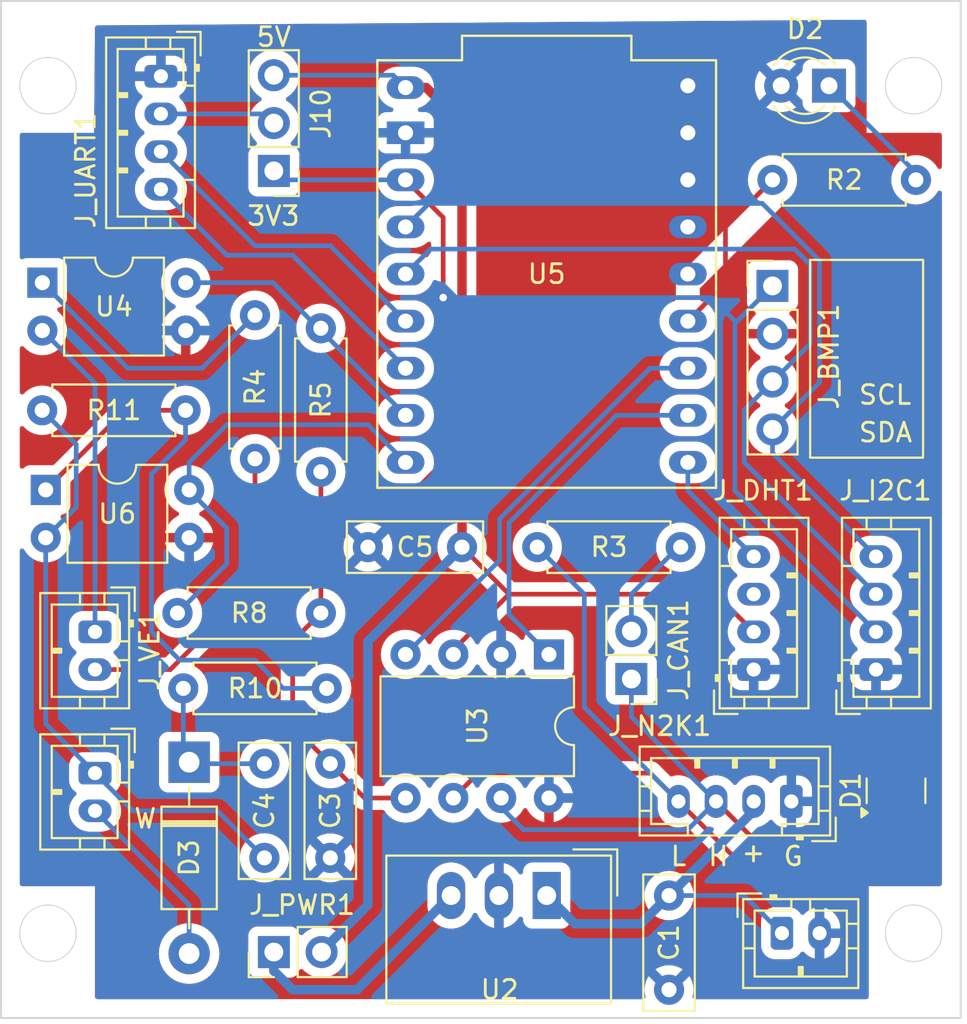
<source format=kicad_pcb>
(kicad_pcb (version 20240108) (generator "pcbnew") (generator_version "8.0")
  (layers (0 "F.Cu" signal) (31 "B.Cu" signal) (35 "F.Paste" user) (37 "F.SilkS" user "F.Silkscreen") (38 "B.Mask" user) (39 "F.Mask" user) (44 "Edge.Cuts" user))
  (net 0 "")
  (net 1 "+5V")
  (net 2 "Net-(U5-GPIO9)")
  (net 3 "GND")
  (net 4 "+12V")
  (net 5 "Net-(J_W1-Pin_1)")
  (net 6 "Net-(J_BMP1-Pin_4)")
  (net 7 "Net-(J_BMP1-Pin_3)")
  (net 8 "Net-(J_CAN1-Pin_2)")
  (net 9 "+3.3V")
  (net 11 "Net-(J_PWR1-Pin_1)")
  (net 12 "Net-(D2-K)")
  (net 13 "Net-(J_UART1-Pin_3)")
  (net 14 "Net-(R4-Pad1)")
  (net 15 "Net-(J_VE1-Pin_2)")
  (net 16 "Net-(J10-Pin_2)")
  (net 17 "Net-(J_DHT1-Pin_4)")
  (net 18 "Net-(J_VE1-Pin_1)")
  (net 19 "Net-(U3-TXD)")
  (net 20 "Net-(U3-RXD)")
  (net 21 "Net-(U5-GPIO5)")
  (net 22 "Net-(D3-K)")
  (net 23 "Net-(U5-GPIO4)")
  (net 24 "Net-(D3-A)")
  (net 25 "Net-(R10-Pad1)")
  (net 26 "Net-(D1-A2)")
  (net 27 "Net-(D1-A1)")
  (net 28 "Net-(J_UART1-Pin_4)")
  (footprint "Capacitor_THT:C_Disc_D7.0mm_W2.5mm_P5.00mm" (layer "F.Cu") (at 53.55 94.25 90)
    (property "Reference" "C1" (at 2.5 0 90) (layer "F.SilkS"))
    (property "Value" "10uF")
    (pad "1" thru_hole circle (at 0 0 90) (size 1.6 1.6) (drill 0.8) (layers "*.Cu" "*.Mask") (net 3 "GND"))
    (pad "2" thru_hole circle (at 5 0 90) (size 1.6 1.6) (drill 0.8) (layers "*.Cu" "*.Mask") (net 4 "+12V"))
  )
  (footprint "Resistor_THT:R_Axial_DIN0207_L6.3mm_D2.5mm_P7.62mm_Horizontal" (layer "F.Cu") (at 35.05 74.25 180)
    (property "Reference" "R8" (at 3.81 0 360) (layer "F.SilkS"))
    (property "Value" "2.2K")
    (pad "1" thru_hole circle (at 0 0 180) (size 1.6 1.6) (drill 0.8) (layers "*.Cu" "*.Mask") (net 9 "+3.3V"))
    (pad "2" thru_hole oval (at 7.62 0 180) (size 1.6 1.6) (drill 0.8) (layers "*.Cu" "*.Mask") (net 21 "Net-(U5-GPIO5)"))
  )
  (footprint "Resistor_THT:R_Axial_DIN0207_L6.3mm_D2.5mm_P7.62mm_Horizontal" (layer "F.Cu") (at 35.36 78.25 180)
    (property "Reference" "R10" (at 3.81 0 360) (layer "F.SilkS"))
    (property "Value" "10K")
    (pad "1" thru_hole circle (at 0 0 180) (size 1.6 1.6) (drill 0.8) (layers "*.Cu" "*.Mask") (net 25 "Net-(R10-Pad1)"))
    (pad "2" thru_hole oval (at 7.62 0 180) (size 1.6 1.6) (drill 0.8) (layers "*.Cu" "*.Mask") (net 22 "Net-(D3-K)"))
  )
  (footprint "Capacitor_THT:C_Disc_D7.0mm_W2.5mm_P5.00mm" (layer "F.Cu") (at 32.05 87.25 90)
    (property "Reference" "C4" (at 2.5 0 90) (layer "F.SilkS"))
    (property "Value" "10nanoF")
    (pad "1" thru_hole circle (at 0 0 90) (size 1.6 1.6) (drill 0.8) (layers "*.Cu" "*.Mask") (net 5 "Net-(J_W1-Pin_1)"))
    (pad "2" thru_hole circle (at 5 0 90) (size 1.6 1.6) (drill 0.8) (layers "*.Cu" "*.Mask") (net 22 "Net-(D3-K)"))
  )
  (footprint "Capacitor_THT:C_Disc_D7.0mm_W2.5mm_P5.00mm" (layer "F.Cu") (at 35.55 82.25 -90)
    (property "Reference" "C3" (at 2.5 0 -90) (layer "F.SilkS"))
    (property "Value" "100nF")
    (pad "1" thru_hole circle (at 0 0 270) (size 1.6 1.6) (drill 0.8) (layers "*.Cu" "*.Mask") (net 9 "+3.3V"))
    (pad "2" thru_hole circle (at 5 0 270) (size 1.6 1.6) (drill 0.8) (layers "*.Cu" "*.Mask") (net 3 "GND"))
  )
  (footprint "Connector_JST:JST_PH_B2B-PH-K_1x02_P2.00mm_Vertical" (layer "F.Cu") (at 23.05 82.75 -90)
    (property "Reference" "J_W1" (hide yes))
    (property "Value" "Engine RPM")
    (pad "1" thru_hole roundrect (at 0 0 270) (size 1.2 1.75) (drill 0.75) (layers "*.Cu" "*.Mask") (roundrect_rratio 0.208333) (net 5 "Net-(J_W1-Pin_1)"))
    (pad "2" thru_hole oval (at 2 0 270) (size 1.2 1.75) (drill 0.75) (layers "*.Cu" "*.Mask") (net 24 "Net-(D3-A)"))
  )
  (footprint "Converter_DCDC:Converter_DCDC_TRACO_TSR-1_THT" (layer "F.Cu") (at 47.05 89.25 180)
    (property "Reference" "U2" (at 2.5 -5 360) (layer "F.SilkS"))
    (property "Value" "TSR_1-2450")
    (pad "1" thru_hole rect (at 0 0 180) (size 1.5 2.5) (drill 1) (layers "*.Cu" "*.Mask") (net 4 "+12V"))
    (pad "2" thru_hole oval (at 2.54 0 180) (size 1.5 2.5) (drill 1) (layers "*.Cu" "*.Mask") (net 3 "GND"))
    (pad "3" thru_hole oval (at 5.08 0 180) (size 1.5 2.5) (drill 1) (layers "*.Cu" "*.Mask") (net 11 "Net-(J_PWR1-Pin_1)"))
  )
  (footprint "Resistor_THT:R_Axial_DIN0207_L6.3mm_D2.5mm_P7.62mm_Horizontal" (layer "F.Cu") (at 27.86 63.485 180)
    (property "Reference" "R11" (at 3.81 0 0) (layer "F.SilkS"))
    (property "Value" "4.7K")
    (pad "1" thru_hole circle (at 0 0 180) (size 1.6 1.6) (drill 0.8) (layers "*.Cu" "*.Mask") (net 25 "Net-(R10-Pad1)"))
    (pad "2" thru_hole oval (at 7.62 0 180) (size 1.6 1.6) (drill 0.8) (layers "*.Cu" "*.Mask") (net 5 "Net-(J_W1-Pin_1)"))
  )
  (footprint "Connector_JST:JST_PH_B2B-PH-K_1x02_P2.00mm_Vertical" (layer "F.Cu") (at 23.05 75.25 -90)
    (property "Reference" "J_VE1" (at 1 -2.9 90) (layer "F.SilkS"))
    (property "Value" "VE.Direct")
    (pad "1" thru_hole roundrect (at 0 0 270) (size 1.2 1.75) (drill 0.75) (layers "*.Cu" "*.Mask") (roundrect_rratio 0.208333) (net 18 "Net-(J_VE1-Pin_1)"))
    (pad "2" thru_hole oval (at 2 0 270) (size 1.2 1.75) (drill 0.75) (layers "*.Cu" "*.Mask") (net 15 "Net-(J_VE1-Pin_2)"))
  )
  (footprint "Connector_PinHeader_2.54mm:PinHeader_1x02_P2.54mm_Vertical" (layer "F.Cu") (at 32.55 92.25 90)
    (property "Reference" "J_PWR1" (at 2.5 1.5 0) (layer "F.SilkS"))
    (property "Value" "5V switch")
    (pad "1" thru_hole rect (at 0 0 90) (size 1.7 1.7) (drill 1) (layers "*.Cu" "*.Mask") (net 11 "Net-(J_PWR1-Pin_1)"))
    (pad "2" thru_hole oval (at 0 2.54 90) (size 1.7 1.7) (drill 1) (layers "*.Cu" "*.Mask") (net 1 "+5V"))
  )
  (footprint "Resistor_THT:R_Axial_DIN0207_L6.3mm_D2.5mm_P7.62mm_Horizontal" (layer "F.Cu") (at 35.05 66.75 90)
    (property "Reference" "R5" (at 3.81 0 90) (layer "F.SilkS"))
    (property "Value" "2.2KΩ")
    (pad "1" thru_hole circle (at 0 0 90) (size 1.6 1.6) (drill 0.8) (layers "*.Cu" "*.Mask") (net 9 "+3.3V"))
    (pad "2" thru_hole oval (at 7.62 0 90) (size 1.6 1.6) (drill 0.8) (layers "*.Cu" "*.Mask") (net 23 "Net-(U5-GPIO4)"))
  )
  (footprint "Connector_PinHeader_2.54mm:PinHeader_1x03_P2.54mm_Vertical" (layer "F.Cu") (at 32.55 50.775 180)
    (property "Reference" "J10" (at -2.5 3.04 90) (layer "F.SilkS"))
    (property "Value" "3.3-5V")
    (pad "1" thru_hole rect (at 0 0 180) (size 1.7 1.7) (drill 1) (layers "*.Cu" "*.Mask") (net 9 "+3.3V"))
    (pad "2" thru_hole oval (at 0 2.54 180) (size 1.7 1.7) (drill 1) (layers "*.Cu" "*.Mask") (net 16 "Net-(J10-Pin_2)"))
    (pad "3" thru_hole oval (at 0 5.08 180) (size 1.7 1.7) (drill 1) (layers "*.Cu" "*.Mask") (net 1 "+5V"))
  )
  (footprint "Package_DIP:DIP-4_W7.62mm" (layer "F.Cu") (at 20.25 56.71)
    (property "Reference" "U4" (at 3.8 1.275 0) (layer "F.SilkS"))
    (property "Value" "PC817")
    (pad "1" thru_hole rect (at 0 0) (size 1.6 1.6) (drill 0.8) (layers "*.Cu" "*.Mask") (net 14 "Net-(R4-Pad1)"))
    (pad "2" thru_hole oval (at 0 2.54) (size 1.6 1.6) (drill 0.8) (layers "*.Cu" "*.Mask") (net 18 "Net-(J_VE1-Pin_1)"))
    (pad "3" thru_hole oval (at 7.62 2.54) (size 1.6 1.6) (drill 0.8) (layers "*.Cu" "*.Mask") (net 3 "GND"))
    (pad "4" thru_hole oval (at 7.62 0) (size 1.6 1.6) (drill 0.8) (layers "*.Cu" "*.Mask") (net 23 "Net-(U5-GPIO4)"))
  )
  (footprint "Package_DIP:DIP-4_W7.62mm" (layer "F.Cu") (at 20.43 67.71)
    (property "Reference" "U6" (at 3.8 1.275 0) (layer "F.SilkS"))
    (property "Value" "PC817")
    (pad "1" thru_hole rect (at 0 0) (size 1.6 1.6) (drill 0.8) (layers "*.Cu" "*.Mask") (net 25 "Net-(R10-Pad1)"))
    (pad "2" thru_hole oval (at 0 2.54) (size 1.6 1.6) (drill 0.8) (layers "*.Cu" "*.Mask") (net 5 "Net-(J_W1-Pin_1)"))
    (pad "3" thru_hole oval (at 7.62 2.54) (size 1.6 1.6) (drill 0.8) (layers "*.Cu" "*.Mask") (net 3 "GND"))
    (pad "4" thru_hole oval (at 7.62 0) (size 1.6 1.6) (drill 0.8) (layers "*.Cu" "*.Mask") (net 21 "Net-(U5-GPIO5)"))
  )
  (footprint "LED_THT:LED_D3.0mm" (layer "F.Cu") (at 62.05 46.25 180)
    (property "Reference" "D2" (at 1.27 3 0) (layer "F.SilkS"))
    (property "Value" "LED")
    (pad "1" thru_hole rect (at 0 0 180) (size 1.8 1.8) (drill 0.9) (layers "*.Cu" "*.Mask") (net 12 "Net-(D2-K)"))
    (pad "2" thru_hole circle (at 2.54 0 180) (size 1.8 1.8) (drill 0.9) (layers "*.Cu" "*.Mask") (net 3 "GND"))
  )
  (footprint "Connector_JST:JST_PH_B4B-PH-K_1x04_P2.00mm_Vertical" (layer "F.Cu") (at 60.05 84.25 180)
    (property "Reference" "J_N2K1" (at 7 4 180) (layer "F.SilkS"))
    (property "Value" "J_N2K")
    (pad "1" thru_hole roundrect (at 0 0 180) (size 1.2 1.75) (drill 0.75) (layers "*.Cu" "*.Mask") (roundrect_rratio 0.208333) (net 3 "GND"))
    (pad "2" thru_hole oval (at 2 0 180) (size 1.2 1.75) (drill 0.75) (layers "*.Cu" "*.Mask") (net 4 "+12V"))
    (pad "3" thru_hole oval (at 4 0 180) (size 1.2 1.75) (drill 0.75) (layers "*.Cu" "*.Mask") (net 27 "Net-(D1-A1)"))
    (pad "4" thru_hole oval (at 6 0 180) (size 1.2 1.75) (drill 0.75) (layers "*.Cu" "*.Mask") (net 26 "Net-(D1-A2)"))
  )
  (footprint "Capacitor_THT:C_Disc_D7.0mm_W2.5mm_P5.00mm" (layer "F.Cu") (at 42.55 70.75 180)
    (property "Reference" "C5" (at 2.5 0 360) (layer "F.SilkS"))
    (property "Value" "22uF")
    (pad "1" thru_hole circle (at 0 0 180) (size 1.6 1.6) (drill 0.8) (layers "*.Cu" "*.Mask") (net 1 "+5V"))
    (pad "2" thru_hole circle (at 5 0 180) (size 1.6 1.6) (drill 0.8) (layers "*.Cu" "*.Mask") (net 3 "GND"))
  )
  (footprint "Connector_JST:JST_PH_B4B-PH-K_1x04_P2.00mm_Vertical" (layer "F.Cu") (at 26.55 45.75 -90)
    (property "Reference" "J_UART1" (at 5 4 90) (layer "F.SilkS"))
    (property "Value" "GPS")
    (pad "1" thru_hole roundrect (at 0 0 270) (size 1.2 1.75) (drill 0.75) (layers "*.Cu" "*.Mask") (roundrect_rratio 0.208333) (net 3 "GND"))
    (pad "2" thru_hole oval (at 2 0 270) (size 1.2 1.75) (drill 0.75) (layers "*.Cu" "*.Mask") (net 16 "Net-(J10-Pin_2)"))
    (pad "3" thru_hole oval (at 4 0 270) (size 1.2 1.75) (drill 0.75) (layers "*.Cu" "*.Mask") (net 13 "Net-(J_UART1-Pin_3)"))
    (pad "4" thru_hole oval (at 6 0 270) (size 1.2 1.75) (drill 0.75) (layers "*.Cu" "*.Mask") (net 28 "Net-(J_UART1-Pin_4)"))
  )
  (footprint "Diode_THT:D_DO-41_SOD81_P10.16mm_Horizontal" (layer "F.Cu") (at 28.05 82.17 -90)
    (property "Reference" "D3" (at 5.08 0 90) (layer "F.SilkS"))
    (property "Value" "1N4001")
    (pad "1" thru_hole rect (at 0 0 270) (size 2.2 2.2) (drill 1.1) (layers "*.Cu" "*.Mask") (net 22 "Net-(D3-K)"))
    (pad "2" thru_hole oval (at 10.16 0 270) (size 2.2 2.2) (drill 1.1) (layers "*.Cu" "*.Mask") (net 24 "Net-(D3-A)"))
  )
  (footprint "Connector_PinHeader_2.54mm:PinHeader_1x02_P2.54mm_Vertical" (layer "F.Cu") (at 51.55 77.75 180)
    (property "Reference" "J_CAN1" (at -2.5 1.54 90) (layer "F.SilkS"))
    (property "Value" "CAN Term")
    (pad "1" thru_hole rect (at 0 0 180) (size 1.7 1.7) (drill 1) (layers "*.Cu" "*.Mask") (net 27 "Net-(D1-A1)"))
    (pad "2" thru_hole oval (at 0 2.54 180) (size 1.7 1.7) (drill 1) (layers "*.Cu" "*.Mask") (net 8 "Net-(J_CAN1-Pin_2)"))
  )
  (footprint "Resistor_THT:R_Axial_DIN0207_L6.3mm_D2.5mm_P7.62mm_Horizontal" (layer "F.Cu") (at 59.05 51.25)
    (property "Reference" "R2" (at 3.81 0 0) (layer "F.SilkS"))
    (property "Value" "100Ω")
    (pad "1" thru_hole circle (at 0 0) (size 1.6 1.6) (drill 0.8) (layers "*.Cu" "*.Mask") (net 2 "Net-(U5-GPIO9)"))
    (pad "2" thru_hole oval (at 7.62 0) (size 1.6 1.6) (drill 0.8) (layers "*.Cu" "*.Mask") (net 12 "Net-(D2-K)"))
  )
  (footprint "Package_DIP:DIP-8_W7.62mm" (layer "F.Cu") (at 47.17 76.45 -90)
    (property "Reference" "U3" (at 3.8 3.8 90) (layer "F.SilkS"))
    (property "Value" "MCP2562-E-P")
    (pad "1" thru_hole rect (at 0 0 270) (size 1.6 1.6) (drill 0.8) (layers "*.Cu" "*.Mask") (net 19 "Net-(U3-TXD)"))
    (pad "2" thru_hole oval (at 0 2.54 270) (size 1.6 1.6) (drill 0.8) (layers "*.Cu" "*.Mask") (net 3 "GND"))
    (pad "3" thru_hole oval (at 0 5.08 270) (size 1.6 1.6) (drill 0.8) (layers "*.Cu" "*.Mask") (net 1 "+5V"))
    (pad "4" thru_hole oval (at 0 7.62 270) (size 1.6 1.6) (drill 0.8) (layers "*.Cu" "*.Mask") (net 20 "Net-(U3-RXD)"))
    (pad "5" thru_hole oval (at 7.62 7.62 270) (size 1.6 1.6) (drill 0.8) (layers "*.Cu" "*.Mask") (net 9 "+3.3V"))
    (pad "6" thru_hole oval (at 7.62 5.08 270) (size 1.6 1.6) (drill 0.8) (layers "*.Cu" "*.Mask") (net 26 "Net-(D1-A2)"))
    (pad "7" thru_hole oval (at 7.62 2.54 270) (size 1.6 1.6) (drill 0.8) (layers "*.Cu" "*.Mask") (net 27 "Net-(D1-A1)"))
    (pad "8" thru_hole oval (at 7.62 0 270) (size 1.6 1.6) (drill 0.8) (layers "*.Cu" "*.Mask") (net 3 "GND"))
  )
  (footprint "Package_TO_SOT_SMD:SOT-23" (layer "F.Cu") (at 65.6125 83.6875 90)
    (property "Reference" "D1" (at 0 -2.4 90) (layer "F.SilkS"))
    (property "Value" "SM712_SOT23")
    (pad "1" smd roundrect (at -0.9375 -0.95 90) (size 1.475 0.6) (layers "F.Cu" "F.Paste" "F.Mask") (net 27 "Net-(D1-A1)"))
    (pad "2" smd roundrect (at -0.9375 0.95 90) (size 1.475 0.6) (layers "F.Cu" "F.Paste" "F.Mask") (net 26 "Net-(D1-A2)"))
    (pad "3" smd roundrect (at 0.9375 0 90) (size 1.475 0.6) (layers "F.Cu" "F.Paste" "F.Mask") (net 3 "GND"))
  )
  (footprint "Connector_JST:JST_PH_B2B-PH-K_1x02_P2.00mm_Vertical" (layer "F.Cu") (at 59.55 91.25)
    (property "Reference" "J_12_PWR1" (hide yes))
    (property "Value" "12V Led")
    (pad "1" thru_hole roundrect (at 0 0) (size 1.2 1.75) (drill 0.75) (layers "*.Cu" "*.Mask") (roundrect_rratio 0.208333) (net 4 "+12V"))
    (pad "2" thru_hole oval (at 2 0) (size 1.2 1.75) (drill 0.75) (layers "*.Cu" "*.Mask") (net 3 "GND"))
  )
  (footprint "Library:WAVESHARE_DEVKIT_ESP32-C3-ZERO-ALT" (layer "F.Cu") (at 47.05 56.25)
    (property "Reference" "U5" (at 0 0 0) (layer "F.SilkS"))
    (property "Value" "ESP32-C3_SUPERMINI")
    (pad "0" thru_hole oval (at -7.5 -2.5 270) (size 1.2 2) (drill 0.8) (layers "*.Cu" "*.Mask") (net 6 "Net-(J_BMP1-Pin_4)"))
    (pad "1" thru_hole oval (at -7.5 0 270) (size 1.2 2) (drill 0.8) (layers "*.Cu" "*.Mask") (net 7 "Net-(J_BMP1-Pin_3)"))
    (pad "2" thru_hole oval (at -7.5 2.5 270) (size 1.2 2) (drill 0.8) (layers "*.Cu" "*.Mask") (net 13 "Net-(J_UART1-Pin_3)"))
    (pad "3" thru_hole oval (at -7.5 5 270) (size 1.2 2) (drill 0.8) (layers "*.Cu" "*.Mask") (net 28 "Net-(J_UART1-Pin_4)"))
    (pad "3.3" thru_hole oval (at -7.5 -5 270) (size 1.2 2) (drill 0.8) (layers "*.Cu" "*.Mask") (net 9 "+3.3V"))
    (pad "4" thru_hole oval (at -7.5 7.5 270) (size 1.2 2) (drill 0.8) (layers "*.Cu" "*.Mask") (net 23 "Net-(U5-GPIO4)"))
    (pad "5" thru_hole oval (at -7.5 10 270) (size 1.2 2) (drill 0.8) (layers "*.Cu" "*.Mask") (net 21 "Net-(U5-GPIO5)"))
    (pad "5V" thru_hole oval (at -7.5 -9.9 270) (size 1.2 2) (drill 0.8) (layers "*.Cu" "*.Mask") (net 1 "+5V"))
    (pad "6" thru_hole oval (at 7.5 10 270) (size 1.2 2) (drill 0.8) (layers "*.Cu" "*.Mask") (net 17 "Net-(J_DHT1-Pin_4)"))
    (pad "7" thru_hole oval (at 7.5 7.5 270) (size 1.2 2) (drill 0.8) (layers "*.Cu" "*.Mask") (net 19 "Net-(U3-TXD)"))
    (pad "8" thru_hole oval (at 7.5 5 270) (size 1.2 2) (drill 0.8) (layers "*.Cu" "*.Mask") (net 20 "Net-(U3-RXD)"))
    (pad "9" thru_hole oval (at 7.5 2.5 270) (size 1.2 2) (drill 0.8) (layers "*.Cu" "*.Mask") (net 2 "Net-(U5-GPIO9)"))
    (pad "10" thru_hole oval (at 7.5 0 270) (size 1.2 2) (drill 0.8) (layers "*.Cu" "*.Mask"))
    (pad "18" thru_hole oval (at 7.5 -2.5 270) (size 1.2 2) (drill 0.8) (layers "*.Cu" "*.Mask"))
    (pad "19" thru_hole oval (at 7.5 -5 270) (size 1.2 2) (drill 0.8) (layers "*.Cu" "*.Mask"))
    (pad "20" thru_hole oval (at 7.5 -7.5 270) (size 1.2 2) (drill 0.8) (layers "*.Cu" "*.Mask"))
    (pad "21" thru_hole oval (at 7.5 -10 270) (size 1.2 2) (drill 0.8) (layers "*.Cu" "*.Mask"))
    (pad "G" thru_hole rect (at -7.5 -7.5 270) (size 1.2 2) (drill 0.8) (layers "*.Cu" "*.Mask") (net 3 "GND"))
  )
  (footprint "Connector_JST:JST_PH_B4B-PH-K_1x04_P2.00mm_Vertical" (layer "F.Cu") (at 58.05 77.25 90)
    (property "Reference" "J_DHT1" (at 9.5 0.5 0) (layer "F.SilkS"))
    (property "Value" "1W_DHT22")
    (pad "1" thru_hole roundrect (at 0 0 90) (size 1.2 1.75) (drill 0.75) (layers "*.Cu" "*.Mask") (roundrect_rratio 0.208333) (net 3 "GND"))
    (pad "2" thru_hole oval (at 2 0 90) (size 1.2 1.75) (drill 0.75) (layers "*.Cu" "*.Mask") (net 1 "+5V"))
    (pad "3" thru_hole oval (at 4 0 90) (size 1.2 1.75) (drill 0.75) (layers "*.Cu" "*.Mask"))
    (pad "4" thru_hole oval (at 6 0 90) (size 1.2 1.75) (drill 0.75) (layers "*.Cu" "*.Mask") (net 17 "Net-(J_DHT1-Pin_4)"))
  )
  (footprint "Connector_JST:JST_PH_B4B-PH-K_1x04_P2.00mm_Vertical" (layer "F.Cu") (at 64.55 77.25 90)
    (property "Reference" "J_I2C1" (at 9.5 0.5 180) (layer "F.SilkS"))
    (property "Value" "I2C")
    (pad "1" thru_hole roundrect (at 0 0 90) (size 1.2 1.75) (drill 0.75) (layers "*.Cu" "*.Mask") (roundrect_rratio 0.208333) (net 3 "GND"))
    (pad "2" thru_hole oval (at 2 0 90) (size 1.2 1.75) (drill 0.75) (layers "*.Cu" "*.Mask") (net 9 "+3.3V"))
    (pad "3" thru_hole oval (at 4 0 90) (size 1.2 1.75) (drill 0.75) (layers "*.Cu" "*.Mask") (net 7 "Net-(J_BMP1-Pin_3)"))
    (pad "4" thru_hole oval (at 6 0 90) (size 1.2 1.75) (drill 0.75) (layers "*.Cu" "*.Mask") (net 6 "Net-(J_BMP1-Pin_4)"))
  )
  (footprint "Connector_PinHeader_2.54mm:PinHeader_1x04_P2.54mm_Vertical" (layer "F.Cu") (at 59.05 56.88)
    (property "Reference" "J_BMP1" (at 3 3.75 90) (layer "F.SilkS"))
    (property "Value" "I2C_BME280")
    (pad "1" thru_hole rect (at 0 0) (size 1.7 1.7) (drill 1) (layers "*.Cu" "*.Mask") (net 9 "+3.3V"))
    (pad "2" thru_hole oval (at 0 2.54) (size 1.7 1.7) (drill 1) (layers "*.Cu" "*.Mask") (net 3 "GND"))
    (pad "3" thru_hole oval (at 0 5.08) (size 1.7 1.7) (drill 1) (layers "*.Cu" "*.Mask") (net 7 "Net-(J_BMP1-Pin_3)"))
    (pad "4" thru_hole oval (at 0 7.62) (size 1.7 1.7) (drill 1) (layers "*.Cu" "*.Mask") (net 6 "Net-(J_BMP1-Pin_4)"))
  )
  (footprint "Resistor_THT:R_Axial_DIN0207_L6.3mm_D2.5mm_P7.62mm_Horizontal" (layer "F.Cu") (at 31.55 58.44 -90)
    (property "Reference" "R4" (at 3.81 0 90) (layer "F.SilkS"))
    (property "Value" "180Ω")
    (pad "1" thru_hole circle (at 0 0 270) (size 1.6 1.6) (drill 0.8) (layers "*.Cu" "*.Mask") (net 14 "Net-(R4-Pad1)"))
    (pad "2" thru_hole oval (at 7.62 0 270) (size 1.6 1.6) (drill 0.8) (layers "*.Cu" "*.Mask") (net 15 "Net-(J_VE1-Pin_2)"))
  )
  (footprint "Resistor_THT:R_Axial_DIN0207_L6.3mm_D2.5mm_P7.62mm_Horizontal" (layer "F.Cu") (at 46.55 70.75)
    (property "Reference" "R3" (at 3.81 0 0) (layer "F.SilkS"))
    (property "Value" "120Ω")
    (pad "1" thru_hole circle (at 0 0) (size 1.6 1.6) (drill 0.8) (layers "*.Cu" "*.Mask") (net 26 "Net-(D1-A2)"))
    (pad "2" thru_hole oval (at 7.62 0) (size 1.6 1.6) (drill 0.8) (layers "*.Cu" "*.Mask") (net 8 "Net-(J_CAN1-Pin_2)"))
  )
  (gr_rect (start 61.05 55.5) (end 67.05 66) (stroke (width 0.12)) (fill none) (layer "F.SilkS"))
  (gr_circle (center 66.55 46.25) (end 68.05 46.25) (stroke (width 0.05)) (fill none) (layer "Edge.Cuts"))
  (gr_line (start 18.05 95.75) (end 18.05 41.75) (stroke (width 0.1)) (layer "Edge.Cuts"))
  (gr_line (start 69.05 95.75) (end 18.05 95.75) (stroke (width 0.1)) (layer "Edge.Cuts"))
  (gr_circle (center 20.55 46.25) (end 22.05 46.25) (stroke (width 0.05)) (fill none) (layer "Edge.Cuts"))
  (gr_line (start 69.05 41.75) (end 69.05 95.75) (stroke (width 0.1)) (layer "Edge.Cuts"))
  (gr_circle (center 20.55 91.25) (end 22.05 91.25) (stroke (width 0.05)) (fill none) (layer "Edge.Cuts"))
  (gr_circle (center 66.55 91.25) (end 68.05 91.25) (stroke (width 0.05)) (fill none) (layer "Edge.Cuts"))
  (gr_line (start 18.05 41.75) (end 69.05 41.75) (stroke (width 0.1)) (layer "Edge.Cuts"))
  (gr_text "L" (at 53.55 87.75 0) (layer "F.SilkS") (effects (font (size 1 1)) (justify left bottom)))
  (gr_text "H" (at 55.55 87.75 0) (layer "F.SilkS") (effects (font (size 1 1)) (justify left bottom)))
  (gr_text "+" (at 58.55 87.75 90) (layer "F.SilkS") (effects (font (size 1 1)) (justify left bottom)))
  (gr_text "W" (at 25.05 85.75 0) (layer "F.SilkS") (effects (font (size 1 1)) (justify left bottom)))
  (gr_text "G" (at 59.55 87.75 0) (layer "F.SilkS") (effects (font (size 1 1)) (justify left bottom)))
  (gr_text "5V" (at 31.55 44.25 0) (layer "F.SilkS") (effects (font (size 1 1)) (justify left bottom)))
  (gr_text "SDA" (at 63.55 65.25 0) (layer "F.SilkS") (effects (font (size 1 1)) (justify left bottom)))
  (gr_text "3V3" (at 31.05 53.75 0) (layer "F.SilkS") (effects (font (size 1 1)) (justify left bottom)))
  (gr_text "SCL" (at 63.55 63.25 0) (layer "F.SilkS") (effects (font (size 1 1)) (justify left bottom)))
  (segment (start 42.55 70.75) (end 45.05 73.25) (width 0.25) (layer "F.Cu") (net 1))
  (segment (start 42.55 70.75) (end 42.55 48.25) (width 0.5) (layer "F.Cu") (net 1))
  (segment (start 42.09 76.21) (end 42.09 76.45) (width 0.25) (layer "F.Cu") (net 1))
  (segment (start 40.65 46.35) (end 39.55 46.35) (width 0.5) (layer "F.Cu") (net 1))
  (segment (start 42.55 48.25) (end 40.65 46.35) (width 0.5) (layer "F.Cu") (net 1))
  (segment (start 45.05 73.25) (end 56.05 73.25) (width 0.25) (layer "F.Cu") (net 1))
  (segment (start 45.05 73.25) (end 42.09 76.21) (width 0.25) (layer "F.Cu") (net 1))
  (segment (start 56.05 73.25) (end 58.05 75.25) (width 0.25) (layer "F.Cu") (net 1))
  (segment (start 38.895 45.695) (end 39.55 46.35) (width 0.25) (layer "B.Cu") (net 1))
  (segment (start 37.55 89.75) (end 35.09 92.21) (width 0.5) (layer "B.Cu") (net 1))
  (segment (start 32.55 45.695) (end 38.895 45.695) (width 0.25) (layer "B.Cu") (net 1))
  (segment (start 37.55 75.75) (end 37.55 89.75) (width 0.5) (layer "B.Cu") (net 1))
  (segment (start 42.55 70.75) (end 37.55 75.75) (width 0.5) (layer "B.Cu") (net 1))
  (segment (start 35.09 92.21) (end 35.09 92.25) (width 0.5) (layer "B.Cu") (net 1))
  (segment (start 56.55 56.75) (end 54.55 58.75) (width 0.25) (layer "F.Cu") (net 2))
  (segment (start 56.55 53.75) (end 56.55 56.75) (width 0.25) (layer "F.Cu") (net 2))
  (segment (start 59.05 51.25) (end 56.55 53.75) (width 0.25) (layer "F.Cu") (net 2))
  (segment (start 57.55 89.25) (end 59.55 91.25) (width 0.25) (layer "B.Cu") (net 4))
  (segment (start 48.55 90.75) (end 52.05 90.75) (width 0.5) (layer "B.Cu") (net 4))
  (segment (start 47.05 89.25) (end 48.55 90.75) (width 0.5) (layer "B.Cu") (net 4))
  (segment (start 53.55 89.25) (end 58.05 84.75) (width 0.5) (layer "B.Cu") (net 4))
  (segment (start 52.05 90.75) (end 53.55 89.25) (width 0.5) (layer "B.Cu") (net 4))
  (segment (start 53.55 89.25) (end 57.55 89.25) (width 0.25) (layer "B.Cu") (net 4))
  (segment (start 58.05 84.75) (end 58.05 84.25) (width 0.5) (layer "B.Cu") (net 4))
  (segment (start 22.05 68.63) (end 22.05 65.295) (width 0.25) (layer "B.Cu") (net 5))
  (segment (start 29.55 84.75) (end 32.05 87.25) (width 0.25) (layer "B.Cu") (net 5))
  (segment (start 20.43 80.13) (end 20.43 70.25) (width 0.25) (layer "B.Cu") (net 5))
  (segment (start 20.43 70.25) (end 22.05 68.63) (width 0.25) (layer "B.Cu") (net 5))
  (segment (start 25.05 84.75) (end 29.55 84.75) (width 0.25) (layer "B.Cu") (net 5))
  (segment (start 23.05 82.75) (end 25.05 84.75) (width 0.25) (layer "B.Cu") (net 5))
  (segment (start 22.05 65.295) (end 20.24 63.485) (width 0.25) (layer "B.Cu") (net 5))
  (segment (start 23.05 82.75) (end 20.43 80.13) (width 0.25) (layer "B.Cu") (net 5))
  (segment (start 59.05 64.5) (end 59.05 65.75) (width 0.25) (layer "B.Cu") (net 6))
  (segment (start 59.05 65.75) (end 64.55 71.25) (width 0.25) (layer "B.Cu") (net 6))
  (segment (start 61.55 55.542893) (end 61.55 62) (width 0.25) (layer "B.Cu") (net 6))
  (segment (start 40.8 52.5) (end 58.507107 52.5) (width 0.25) (layer "B.Cu") (net 6))
  (segment (start 39.55 53.75) (end 40.8 52.5) (width 0.25) (layer "B.Cu") (net 6))
  (segment (start 61.55 62) (end 59.05 64.5) (width 0.25) (layer "B.Cu") (net 6))
  (segment (start 58.507107 52.5) (end 61.55 55.542893) (width 0.25) (layer "B.Cu") (net 6))
  (segment (start 39.55 56.25) (end 40.875 54.925) (width 0.25) (layer "B.Cu") (net 7))
  (segment (start 40.875 54.925) (end 60.225 54.925) (width 0.25) (layer "B.Cu") (net 7))
  (segment (start 60.225 54.925) (end 61.05 55.75) (width 0.25) (layer "B.Cu") (net 7))
  (segment (start 57.55 63.46) (end 57.55 66.25) (width 0.25) (layer "B.Cu") (net 7))
  (segment (start 61.05 55.75) (end 61.05 59.96) (width 0.25) (layer "B.Cu") (net 7))
  (segment (start 61.05 59.96) (end 59.05 61.96) (width 0.25) (layer "B.Cu") (net 7))
  (segment (start 57.55 66.25) (end 64.55 73.25) (width 0.25) (layer "B.Cu") (net 7))
  (segment (start 59.05 61.96) (end 57.55 63.46) (width 0.25) (layer "B.Cu") (net 7))
  (segment (start 51.55 73.25) (end 54.05 70.75) (width 0.25) (layer "B.Cu") (net 8))
  (segment (start 51.55 75.21) (end 51.55 73.25) (width 0.25) (layer "B.Cu") (net 8))
  (segment (start 54.05 70.75) (end 54.17 70.75) (width 0.25) (layer "B.Cu") (net 8))
  (segment (start 35.05 68.25) (end 35.05 66.75) (width 0.25) (layer "F.Cu") (net 9))
  (segment (start 35.05 74.25) (end 35.05 68.25) (width 0.25) (layer "F.Cu") (net 9))
  (segment (start 41.55 53.25) (end 39.55 51.25) (width 0.25) (layer "F.Cu") (net 9))
  (segment (start 39.55 68.25) (end 35.05 68.25) (width 0.25) (layer "F.Cu") (net 9))
  (segment (start 33.55 75.75) (end 33.55 80.25) (width 0.25) (layer "F.Cu") (net 9))
  (segment (start 41.55 66.25) (end 39.55 68.25) (width 0.25) (layer "F.Cu") (net 9))
  (segment (start 37.37 84.07) (end 35.55 82.25) (width 0.25) (layer "F.Cu") (net 9))
  (segment (start 33.55 80.25) (end 35.55 82.25) (width 0.25) (layer "F.Cu") (net 9))
  (segment (start 41.55 57.5) (end 41.55 66.25) (width 0.25) (layer "F.Cu") (net 9))
  (segment (start 35.05 74.25) (end 33.55 75.75) (width 0.25) (layer "F.Cu") (net 9))
  (segment (start 41.55 57.5) (end 41.55 53.25) (width 0.25) (layer "F.Cu") (net 9))
  (segment (start 39.55 84.07) (end 37.37 84.07) (width 0.25) (layer "F.Cu") (net 9))
  (via (at 41.55 57.5) (size 0.8) (drill 0.4) (layers "F.Cu" "B.Cu") (net 9))
  (segment (start 57.115 58.815) (end 57.05 58.88) (width 0.25) (layer "B.Cu") (net 9))
  (segment (start 57.05 67.75) (end 64.55 75.25) (width 0.25) (layer "B.Cu") (net 9))
  (segment (start 41.55 57.5) (end 55.8 57.5) (width 0.25) (layer "B.Cu") (net 9))
  (segment (start 57.05 58.88) (end 57.05 67.75) (width 0.25) (layer "B.Cu") (net 9))
  (segment (start 55.8 57.5) (end 57.115 58.815) (width 0.25) (layer "B.Cu") (net 9))
  (segment (start 33.025 51.25) (end 39.55 51.25) (width 0.25) (layer "B.Cu") (net 9))
  (segment (start 59.05 56.88) (end 57.115 58.815) (width 0.25) (layer "B.Cu") (net 9))
  (segment (start 32.55 50.775) (end 33.025 51.25) (width 0.25) (layer "B.Cu") (net 9))
  (segment (start 36.97 94.25) (end 33.55 94.25) (width 0.5) (layer "B.Cu") (net 11))
  (segment (start 32.55 93.25) (end 32.55 92.25) (width 0.5) (layer "B.Cu") (net 11))
  (segment (start 33.55 94.25) (end 32.55 93.25) (width 0.5) (layer "B.Cu") (net 11))
  (segment (start 41.97 89.25) (end 36.97 94.25) (width 0.5) (layer "B.Cu") (net 11))
  (segment (start 66.67 50.87) (end 62.05 46.25) (width 0.25) (layer "B.Cu") (net 12))
  (segment (start 66.67 51.25) (end 66.67 50.87) (width 0.25) (layer "B.Cu") (net 12))
  (segment (start 26.55 49.75) (end 31.55 54.75) (width 0.25) (layer "B.Cu") (net 13))
  (segment (start 35.55 54.75) (end 39.55 58.75) (width 0.25) (layer "B.Cu") (net 13))
  (segment (start 31.55 54.75) (end 35.55 54.75) (width 0.25) (layer "B.Cu") (net 13))
  (segment (start 20.25 56.71) (end 24.79 61.25) (width 0.25) (layer "B.Cu") (net 14))
  (segment (start 28.74 61.25) (end 31.55 58.44) (width 0.25) (layer "B.Cu") (net 14))
  (segment (start 24.79 61.25) (end 28.74 61.25) (width 0.25) (layer "B.Cu") (net 14))
  (segment (start 31.55 72.75) (end 31.55 66.06) (width 0.25) (layer "F.Cu") (net 15))
  (segment (start 23.05 77.25) (end 27.05 77.25) (width 0.25) (layer "F.Cu") (net 15))
  (segment (start 27.05 77.25) (end 31.55 72.75) (width 0.25) (layer "F.Cu") (net 15))
  (segment (start 32.065 47.75) (end 32.55 48.235) (width 0.25) (layer "B.Cu") (net 16))
  (segment (start 26.55 47.75) (end 32.065 47.75) (width 0.25) (layer "B.Cu") (net 16))
  (segment (start 54.55 66.25) (end 54.55 67.75) (width 0.25) (layer "B.Cu") (net 17))
  (segment (start 54.55 67.75) (end 58.05 71.25) (width 0.25) (layer "B.Cu") (net 17))
  (segment (start 23.05 62.05) (end 20.25 59.25) (width 0.25) (layer "B.Cu") (net 18))
  (segment (start 23.05 75.25) (end 23.05 62.05) (width 0.25) (layer "B.Cu") (net 18))
  (segment (start 50.757106 63.75) (end 45.05 69.457106) (width 0.25) (layer "B.Cu") (net 19))
  (segment (start 45.05 74.33) (end 47.17 76.45) (width 0.25) (layer "B.Cu") (net 19))
  (segment (start 45.05 69.457106) (end 45.05 74.33) (width 0.25) (layer "B.Cu") (net 19))
  (segment (start 54.55 63.75) (end 50.757106 63.75) (width 0.25) (layer "B.Cu") (net 19))
  (segment (start 52.55 61.25) (end 44.55 69.25) (width 0.25) (layer "B.Cu") (net 20))
  (segment (start 44.55 71.45) (end 39.55 76.45) (width 0.25) (layer "B.Cu") (net 20))
  (segment (start 44.55 69.25) (end 44.55 71.45) (width 0.25) (layer "B.Cu") (net 20))
  (segment (start 54.55 61.25) (end 52.55 61.25) (width 0.25) (layer "B.Cu") (net 20))
  (segment (start 30.05 64.25) (end 28.05 66.25) (width 0.25) (layer "B.Cu") (net 21))
  (segment (start 28.05 67.71) (end 28.05 67.75) (width 0.25) (layer "B.Cu") (net 21))
  (segment (start 30.05 69.75) (end 30.05 71.63) (width 0.25) (layer "B.Cu") (net 21))
  (segment (start 28.05 67.75) (end 30.05 69.75) (width 0.25) (layer "B.Cu") (net 21))
  (segment (start 28.05 66.25) (end 28.05 67.71) (width 0.25) (layer "B.Cu") (net 21))
  (segment (start 39.55 66.25) (end 37.55 64.25) (width 0.25) (layer "B.Cu") (net 21))
  (segment (start 37.55 64.25) (end 30.05 64.25) (width 0.25) (layer "B.Cu") (net 21))
  (segment (start 30.05 71.63) (end 27.43 74.25) (width 0.25) (layer "B.Cu") (net 21))
  (segment (start 27.74 81.86) (end 28.13 82.25) (width 0.25) (layer "B.Cu") (net 22))
  (segment (start 28.13 82.25) (end 32.05 82.25) (width 0.25) (layer "B.Cu") (net 22))
  (segment (start 27.74 78.25) (end 27.74 81.86) (width 0.25) (layer "B.Cu") (net 22))
  (segment (start 27.87 56.71) (end 32.51 56.71) (width 0.25) (layer "B.Cu") (net 23))
  (segment (start 32.51 56.71) (end 39.55 63.75) (width 0.25) (layer "B.Cu") (net 23))
  (segment (start 28.05 89.75) (end 28.05 92.33) (width 0.25) (layer "B.Cu") (net 24))
  (segment (start 23.05 84.75) (end 28.05 89.75) (width 0.25) (layer "B.Cu") (net 24))
  (segment (start 24.655 63.485) (end 27.86 63.485) (width 0.25) (layer "F.Cu") (net 25))
  (segment (start 20.43 67.71) (end 24.655 63.485) (width 0.25) (layer "F.Cu") (net 25))
  (segment (start 27.86 63.485) (end 27.86 65.06) (width 0.25) (layer "B.Cu") (net 25))
  (segment (start 27.86 65.06) (end 26.05 66.87) (width 0.25) (layer "B.Cu") (net 25))
  (segment (start 33.05 78.25) (end 35.36 78.25) (width 0.25) (layer "B.Cu") (net 25))
  (segment (start 26.05 75.25) (end 27.55 76.75) (width 0.25) (layer "B.Cu") (net 25))
  (segment (start 27.55 76.75) (end 31.55 76.75) (width 0.25) (layer "B.Cu") (net 25))
  (segment (start 31.55 76.75) (end 33.05 78.25) (width 0.25) (layer "B.Cu") (net 25))
  (segment (start 26.05 66.87) (end 26.05 75.25) (width 0.25) (layer "B.Cu") (net 25))
  (segment (start 52.55 82.75) (end 43.41 82.75) (width 0.25) (layer "F.Cu") (net 26))
  (segment (start 54.05 84.25) (end 57.05 87.25) (width 0.25) (layer "F.Cu") (net 26))
  (segment (start 57.05 87.25) (end 63.9375 87.25) (width 0.25) (layer "F.Cu") (net 26))
  (segment (start 63.9375 87.25) (end 66.5625 84.625) (width 0.25) (layer "F.Cu") (net 26))
  (segment (start 54.05 84.25) (end 52.55 82.75) (width 0.25) (layer "F.Cu") (net 26))
  (segment (start 43.41 82.75) (end 42.09 84.07) (width 0.25) (layer "F.Cu") (net 26))
  (segment (start 46.55 70.75) (end 49.05 73.25) (width 0.25) (layer "B.Cu") (net 26))
  (segment (start 49.05 73.25) (end 49.05 79.25) (width 0.25) (layer "B.Cu") (net 26))
  (segment (start 49.05 79.25) (end 54.05 84.25) (width 0.25) (layer "B.Cu") (net 26))
  (segment (start 56.05 84.25) (end 58.55 86.75) (width 0.25) (layer "F.Cu") (net 27))
  (segment (start 62.5375 86.75) (end 64.675 84.6125) (width 0.25) (layer "F.Cu") (net 27))
  (segment (start 58.55 86.75) (end 62.5375 86.75) (width 0.25) (layer "F.Cu") (net 27))
  (segment (start 44.63 84.07) (end 44.63 84.57) (width 0.25) (layer "B.Cu") (net 27))
  (segment (start 44.63 84.57) (end 45.81 85.75) (width 0.25) (layer "B.Cu") (net 27))
  (segment (start 45.81 85.75) (end 54.55 85.75) (width 0.25) (layer "B.Cu") (net 27))
  (segment (start 54.55 85.75) (end 56.05 84.25) (width 0.25) (layer "B.Cu") (net 27))
  (segment (start 51.55 79.75) (end 56.05 84.25) (width 0.25) (layer "B.Cu") (net 27))
  (segment (start 51.55 77.75) (end 51.55 79.75) (width 0.25) (layer "B.Cu") (net 27))
  (segment (start 30.05 55.25) (end 33.55 55.25) (width 0.25) (layer "B.Cu") (net 28))
  (segment (start 33.55 55.25) (end 39.55 61.25) (width 0.25) (layer "B.Cu") (net 28))
  (segment (start 26.55 51.75) (end 30.05 55.25) (width 0.25) (layer "B.Cu") (net 28))
  (zone (net 3) (net_name "GND") (layers "F&B.Cu") (priority 1) (connect_pads (clearance 0.508)) (min_thickness 0.25) (fill yes (thermal_gap 0.5) (thermal_bridge_width 0.5))
    (polygon (pts (xy 64.05 42.75) (xy 23.05 43.05) (xy 23 48.75) (xy 19.05 48.75) (xy 19.05 88.75) (xy 23.05 88.75) (xy 23.05 94.75) (xy 64.16 94.75) (xy 64.16 88.75) (xy 68.05 88.75) (xy 68.05 48.75) (xy 64.05 48.75)))
  )
)
</source>
